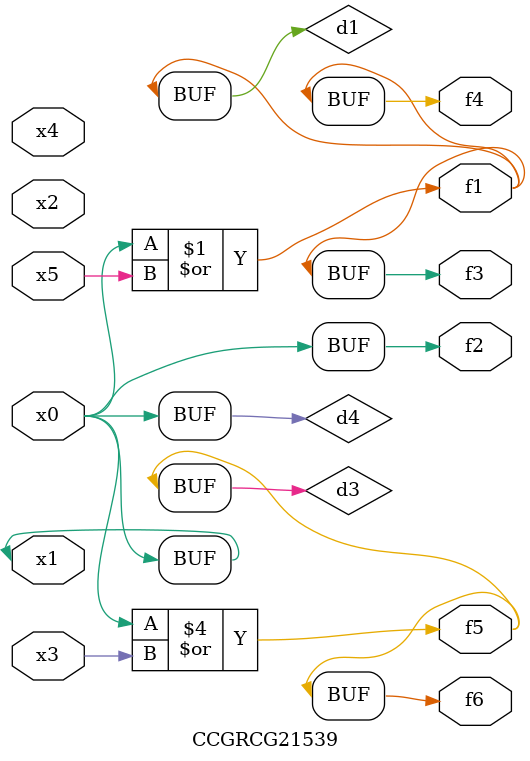
<source format=v>
module CCGRCG21539(
	input x0, x1, x2, x3, x4, x5,
	output f1, f2, f3, f4, f5, f6
);

	wire d1, d2, d3, d4;

	or (d1, x0, x5);
	xnor (d2, x1, x4);
	or (d3, x0, x3);
	buf (d4, x0, x1);
	assign f1 = d1;
	assign f2 = d4;
	assign f3 = d1;
	assign f4 = d1;
	assign f5 = d3;
	assign f6 = d3;
endmodule

</source>
